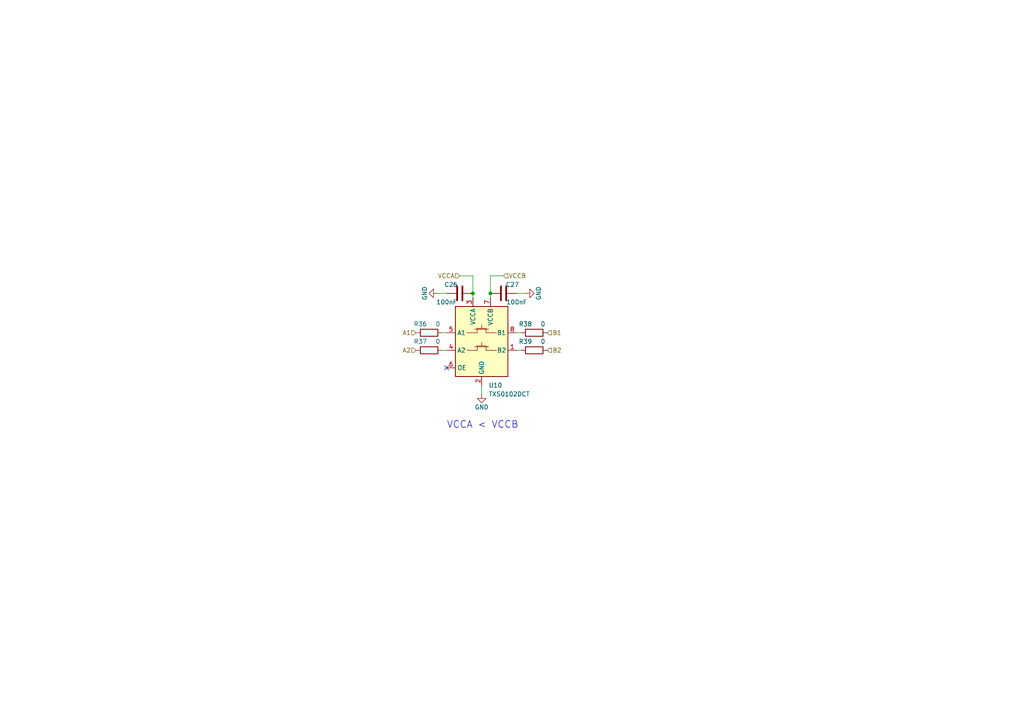
<source format=kicad_sch>
(kicad_sch (version 20211123) (generator eeschema)
  (paper "A4")
  (lib_symbols
    (symbol "Device:C" (pin_numbers hide) (pin_names (offset 0.254))
      (property "Reference" "C" (at 0.635 2.54 0))
      (property "Value" "C" (at 0.635 -2.54 0))
      (symbol "C_0_1"
        (polyline (pts (xy -2.032 -0.762) (xy 2.032 -0.762)) (stroke (width 0.508)))
        (polyline (pts (xy -2.032 0.762) (xy 2.032 0.762)) (stroke (width 0.508)))
      )
      (symbol "C_1_1"
        (pin passive line (at 0 3.81 270) (length 2.794) (name "~") (number "1"))
        (pin passive line (at 0 -3.81 90) (length 2.794) (name "~") (number "2"))
      )
    )
    (symbol "Device:R" (pin_numbers hide) (pin_names (offset 0))
      (property "Reference" "R" (at 2.032 0 90))
      (property "Value" "R" (at 0 0 90))
      (symbol "R_0_1"
        (rectangle (start -1.016 -2.54) (end 1.016 2.54) (stroke (width 0.254)))
      )
      (symbol "R_1_1"
        (pin passive line (at 0 3.81 270) (length 1.27) (name "~") (number "1"))
        (pin passive line (at 0 -3.81 90) (length 1.27) (name "~") (number "2"))
      )
    )
    (symbol "Logic_LevelTranslator:TXS0102DCT"
      (property "Reference" "U" (at -6.35 11.43 0))
      (property "Value" "TXS0102DCT" (at 3.81 11.43 0))
      (symbol "TXS0102DCT_0_1"
        (rectangle (start -7.62 10.16) (end 7.62 -10.16) (stroke (width 0.254)) (fill (type background)))
        (polyline (pts (xy -4.318 -2.54) (xy -1.27 -2.54)))
        (polyline (pts (xy -2.032 -1.524) (xy 2.032 -1.524)))
        (polyline (pts (xy -1.524 -1.27) (xy 1.524 -1.27)))
        (polyline (pts (xy -1.27 -2.54) (xy -1.27 -1.524)))
        (polyline (pts (xy 0 -1.27) (xy 0 -0.254)))
        (polyline (pts (xy 1.27 -2.54) (xy 1.27 -1.524)))
        (polyline (pts (xy 4.318 -2.54) (xy 1.27 -2.54)))
      )
      (symbol "TXS0102DCT_1_1"
        (polyline (pts (xy -4.318 2.54) (xy -1.27 2.54)))
        (polyline (pts (xy -2.032 3.556) (xy 2.032 3.556)))
        (polyline (pts (xy -1.524 3.81) (xy 1.524 3.81)))
        (polyline (pts (xy -1.27 2.54) (xy -1.27 3.556)))
        (polyline (pts (xy 0 3.81) (xy 0 4.826)))
        (polyline (pts (xy 1.27 2.54) (xy 1.27 3.556)))
        (polyline (pts (xy 4.318 2.54) (xy 1.27 2.54)))
        (pin bidirectional line (at 10.16 -2.54 180) (length 2.54) (name "B2") (number "1"))
        (pin power_in line (at 0 -12.7 90) (length 2.54) (name "GND") (number "2"))
        (pin power_in line (at -2.54 12.7 270) (length 2.54) (name "VCCA") (number "3"))
        (pin bidirectional line (at -10.16 -2.54 0) (length 2.54) (name "A2") (number "4"))
        (pin bidirectional line (at -10.16 2.54 0) (length 2.54) (name "A1") (number "5"))
        (pin input line (at -10.16 -7.62 0) (length 2.54) (name "OE") (number "6"))
        (pin power_in line (at 2.54 12.7 270) (length 2.54) (name "VCCB") (number "7"))
        (pin bidirectional line (at 10.16 2.54 180) (length 2.54) (name "B1") (number "8"))
      )
    )
    (symbol "power:GND" (power) (pin_names (offset 0))
      (property "Value" "GND" (at 0 -3.81 0))
      (symbol "GND_0_1"
        (polyline (pts (xy 0 0) (xy 0 -1.27) (xy 1.27 -1.27) (xy 0 -2.54) (xy -1.27 -1.27) (xy 0 -1.27)))
      )
      (symbol "GND_1_1"
        (pin power_in line (at 0 0 270) (length 0) hide (name "GND") (number "1"))
      )
    )
  )
  (junction (at 142.24 85.09))
  (junction (at 137.16 85.09))
  (no_connect (at 129.54 106.68))
  (wire (pts (xy 128.27 96.52) (xy 129.54 96.52)))
  (wire (pts (xy 149.86 101.6) (xy 151.13 101.6)))
  (wire (pts (xy 133.35 80.01) (xy 137.16 80.01)))
  (wire (pts (xy 142.24 80.01) (xy 146.05 80.01)))
  (wire (pts (xy 152.4 85.09) (xy 149.86 85.09)))
  (wire (pts (xy 128.27 101.6) (xy 129.54 101.6)))
  (wire (pts (xy 139.7 111.76) (xy 139.7 114.3)))
  (wire (pts (xy 149.86 96.52) (xy 151.13 96.52)))
  (wire (pts (xy 137.16 80.01) (xy 137.16 85.09)))
  (wire (pts (xy 142.24 85.09) (xy 142.24 80.01)))
  (wire (pts (xy 142.24 86.36) (xy 142.24 85.09)))
  (wire (pts (xy 127 85.09) (xy 129.54 85.09)))
  (wire (pts (xy 137.16 85.09) (xy 137.16 86.36)))
  (text "VCCA < VCCB" (at 129.54 124.46 0) (effects (font (size 2 2)) (justify left bottom)))
  (hierarchical_label "A2" (shape input) (at 120.65 101.6 180))
  (hierarchical_label "B2" (shape input) (at 158.75 101.6 0))
  (hierarchical_label "A1" (shape input) (at 120.65 96.52 180))
  (hierarchical_label "B1" (shape input) (at 158.75 96.52 0))
  (hierarchical_label "VCCA" (shape input) (at 133.35 80.01 180))
  (hierarchical_label "VCCB" (shape input) (at 146.05 80.01 0))
  (symbol (lib_id "Device:C") (at 146.05 85.09 90)
    (property "Reference" "C27" (at 148.59 82.55 90))
    (property "Value" "100nF" (at 149.86 87.63 90))
    (property "Footprint" "Capacitor_SMD:C_0402_1005Metric" (effects hide))
  )
  (symbol (lib_id "Logic_LevelTranslator:TXS0102DCT") (at 139.7 99.06 0)
    (property "Reference" "U10" (at 141.7194 111.76 0) (effects (justify left)))
    (property "Value" "TXS0102DCT" (at 141.7194 114.3 0) (effects (justify left)))
    (property "Footprint" "Package_SO:SSOP-8_2.95x2.8mm_P0.65mm" (effects hide))
    (property "Datasheet" "http://www.ti.com/lit/gpn/txs0102" (effects hide))
  )
  (symbol (lib_id "Device:C") (at 133.35 85.09 90)
    (property "Reference" "C26" (at 130.81 82.55 90))
    (property "Value" "100nF" (at 129.54 87.63 90))
    (property "Footprint" "Capacitor_SMD:C_0402_1005Metric" (effects hide))
  )
  (symbol (lib_id "Device:R") (at 124.46 101.6 90)
    (property "Reference" "R37" (at 121.92 99.06 90))
    (property "Value" "0" (at 127 99.06 90))
    (property "Footprint" "Resistor_SMD:R_1206_3216Metric" (effects hide))
  )
  (symbol (lib_id "power:GND") (at 152.4 85.09 90)
    (property "Reference" "#PWR0157" (effects hide))
    (property "Value" "GND" (at 156.21 85.09 0))
  )
  (symbol (lib_id "power:GND") (at 139.7 114.3 0)
    (property "Reference" "#PWR0158" (effects hide))
    (property "Value" "GND" (at 139.7 118.11 0))
  )
  (symbol (lib_id "Device:R") (at 124.46 96.52 90)
    (property "Reference" "R36" (at 121.92 93.98 90))
    (property "Value" "0" (at 127 93.98 90))
    (property "Footprint" "Resistor_SMD:R_1206_3216Metric" (effects hide))
  )
  (symbol (lib_id "power:GND") (at 127 85.09 270)
    (property "Reference" "#PWR0159" (effects hide))
    (property "Value" "GND" (at 123.19 85.09 0))
  )
  (symbol (lib_id "Device:R") (at 154.94 96.52 90)
    (property "Reference" "R38" (at 152.4 93.98 90))
    (property "Value" "0" (at 157.48 93.98 90))
    (property "Footprint" "Resistor_SMD:R_1206_3216Metric" (effects hide))
  )
  (symbol (lib_id "Device:R") (at 154.94 101.6 90)
    (property "Reference" "R39" (at 152.4 99.06 90))
    (property "Value" "0" (at 157.48 99.06 90))
    (property "Footprint" "Resistor_SMD:R_1206_3216Metric" (effects hide))
  )
)
</source>
